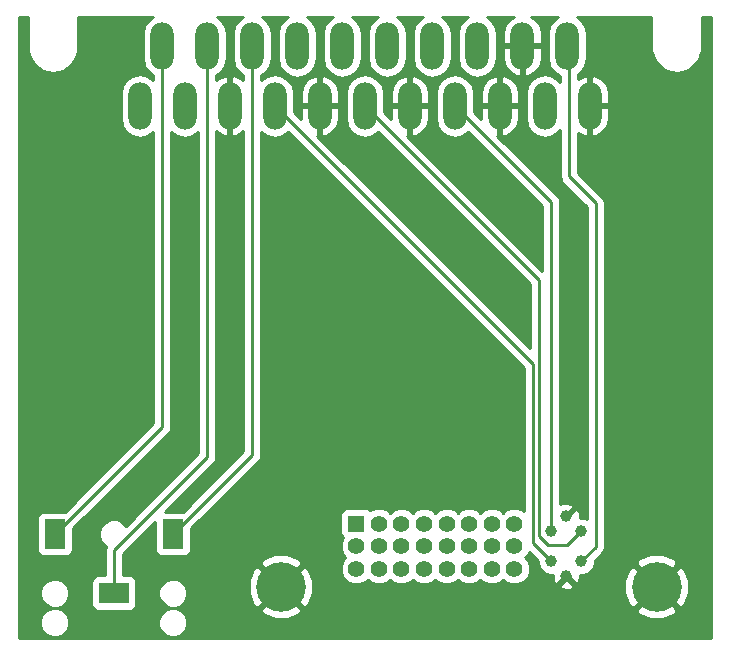
<source format=gtl>
G04 #@! TF.FileFunction,Copper,L1,Top,Signal*
%FSLAX46Y46*%
G04 Gerber Fmt 4.6, Leading zero omitted, Abs format (unit mm)*
G04 Created by KiCad (PCBNEW 4.0.7) date 06/19/18 22:22:33*
%MOMM*%
%LPD*%
G01*
G04 APERTURE LIST*
%ADD10C,0.100000*%
%ADD11O,2.000000X4.000000*%
%ADD12R,1.800000X2.500000*%
%ADD13R,2.500000X1.800000*%
%ADD14C,4.200000*%
%ADD15C,1.400000*%
%ADD16R,1.400000X1.400000*%
%ADD17C,1.000000*%
%ADD18C,0.250000*%
%ADD19C,0.254000*%
G04 APERTURE END LIST*
D10*
D11*
X165735000Y-70485000D03*
X169545000Y-70485000D03*
X173355000Y-70485000D03*
X167640000Y-75565000D03*
X171450000Y-75565000D03*
X175260000Y-75565000D03*
X177165000Y-70485000D03*
X179070000Y-75565000D03*
X180975000Y-70485000D03*
X182880000Y-75565000D03*
X184785000Y-70485000D03*
X186690000Y-75565000D03*
X148590000Y-75565000D03*
X150495000Y-70485000D03*
X152400000Y-75565000D03*
X154305000Y-70485000D03*
X156210000Y-75565000D03*
X158115000Y-70485000D03*
X160020000Y-75565000D03*
X161925000Y-70485000D03*
X163830000Y-75565000D03*
D12*
X141390000Y-111825000D03*
X151390000Y-111825000D03*
D13*
X146390000Y-116825000D03*
D14*
X160540000Y-116275000D03*
X192340000Y-116275000D03*
D15*
X166920000Y-114755000D03*
X168830000Y-114755000D03*
X170740000Y-114755000D03*
X172650000Y-114755000D03*
X174560000Y-114755000D03*
X176470000Y-114755000D03*
X178380000Y-114755000D03*
X180290000Y-114755000D03*
X166920000Y-112845000D03*
X168830000Y-112845000D03*
X170740000Y-112845000D03*
X172650000Y-112845000D03*
X174560000Y-112845000D03*
X176470000Y-112845000D03*
X178380000Y-112845000D03*
X180290000Y-112845000D03*
D16*
X166920000Y-110935000D03*
D15*
X168830000Y-110935000D03*
X170740000Y-110935000D03*
X172650000Y-110935000D03*
X174560000Y-110935000D03*
X176470000Y-110935000D03*
X178380000Y-110935000D03*
X180290000Y-110935000D03*
D17*
X183430000Y-114145000D03*
X185970000Y-114145000D03*
X184700000Y-115415000D03*
X183430000Y-111605000D03*
X185970000Y-111605000D03*
X184700000Y-110335000D03*
D18*
X185970000Y-111605000D02*
X184799000Y-112776000D01*
X182372000Y-90297000D02*
X167640000Y-75565000D01*
X182372000Y-112014000D02*
X182372000Y-90297000D01*
X183134000Y-112776000D02*
X182372000Y-112014000D01*
X184799000Y-112776000D02*
X183134000Y-112776000D01*
X183430000Y-111605000D02*
X183430000Y-83735000D01*
X183430000Y-83735000D02*
X175260000Y-75565000D01*
X185970000Y-114145000D02*
X187198000Y-112917000D01*
X184912000Y-81534000D02*
X184912000Y-70612000D01*
X187198000Y-83820000D02*
X184912000Y-81534000D01*
X187198000Y-112917000D02*
X187198000Y-83820000D01*
X184912000Y-70612000D02*
X184785000Y-70485000D01*
X150495000Y-70485000D02*
X150495000Y-102720000D01*
X150495000Y-102720000D02*
X141390000Y-111825000D01*
X146390000Y-116825000D02*
X146390000Y-113198000D01*
X154305000Y-105283000D02*
X154305000Y-70485000D01*
X146390000Y-113198000D02*
X154305000Y-105283000D01*
X151390000Y-111825000D02*
X158115000Y-105100000D01*
X158115000Y-105100000D02*
X158115000Y-70485000D01*
X183430000Y-114145000D02*
X181864000Y-112579000D01*
X181864000Y-97409000D02*
X160020000Y-75565000D01*
X181864000Y-112579000D02*
X181864000Y-97409000D01*
D19*
G36*
X139105000Y-70534282D02*
X139104630Y-70957815D01*
X139229871Y-71260920D01*
X139267517Y-71450181D01*
X139373789Y-71609229D01*
X139428980Y-71742800D01*
X139531984Y-71845984D01*
X139730327Y-72142825D01*
X140024575Y-72339435D01*
X140029041Y-72343909D01*
X140034930Y-72346354D01*
X140422971Y-72605635D01*
X141240000Y-72768152D01*
X142057029Y-72605635D01*
X142441957Y-72348434D01*
X142447800Y-72346020D01*
X142452314Y-72341514D01*
X142749673Y-72142825D01*
X142946627Y-71848063D01*
X143048909Y-71745959D01*
X143104820Y-71611309D01*
X143212483Y-71450181D01*
X143249959Y-71261778D01*
X143374628Y-70961541D01*
X143374915Y-70633582D01*
X143375000Y-70633152D01*
X143375000Y-70535718D01*
X143375370Y-70112185D01*
X143375000Y-70111290D01*
X143375000Y-68035000D01*
X149701444Y-68035000D01*
X149338880Y-68277257D01*
X148984457Y-68807690D01*
X148860000Y-69433377D01*
X148860000Y-71536623D01*
X148984457Y-72162310D01*
X149338880Y-72692743D01*
X149735000Y-72957421D01*
X149735000Y-73349827D01*
X149215687Y-73002834D01*
X148590000Y-72878377D01*
X147964313Y-73002834D01*
X147433880Y-73357257D01*
X147079457Y-73887690D01*
X146955000Y-74513377D01*
X146955000Y-76616623D01*
X147079457Y-77242310D01*
X147433880Y-77772743D01*
X147964313Y-78127166D01*
X148590000Y-78251623D01*
X149215687Y-78127166D01*
X149735000Y-77780173D01*
X149735000Y-102405198D01*
X142212638Y-109927560D01*
X140490000Y-109927560D01*
X140254683Y-109971838D01*
X140038559Y-110110910D01*
X139893569Y-110323110D01*
X139842560Y-110575000D01*
X139842560Y-113075000D01*
X139886838Y-113310317D01*
X140025910Y-113526441D01*
X140238110Y-113671431D01*
X140490000Y-113722440D01*
X142290000Y-113722440D01*
X142525317Y-113678162D01*
X142741441Y-113539090D01*
X142886431Y-113326890D01*
X142937440Y-113075000D01*
X142937440Y-111352362D01*
X151032401Y-103257401D01*
X151197147Y-103010840D01*
X151197148Y-103010839D01*
X151255000Y-102720000D01*
X151255000Y-77780173D01*
X151774313Y-78127166D01*
X152400000Y-78251623D01*
X153025687Y-78127166D01*
X153545000Y-77780173D01*
X153545000Y-104968198D01*
X147412246Y-111100952D01*
X147090485Y-110778629D01*
X146636734Y-110590215D01*
X146145421Y-110589786D01*
X145691343Y-110777408D01*
X145343629Y-111124515D01*
X145155215Y-111578266D01*
X145154786Y-112069579D01*
X145342408Y-112523657D01*
X145689515Y-112871371D01*
X145706933Y-112878604D01*
X145687852Y-112907161D01*
X145630000Y-113198000D01*
X145630000Y-115277560D01*
X145140000Y-115277560D01*
X144904683Y-115321838D01*
X144688559Y-115460910D01*
X144543569Y-115673110D01*
X144492560Y-115925000D01*
X144492560Y-117725000D01*
X144536838Y-117960317D01*
X144675910Y-118176441D01*
X144888110Y-118321431D01*
X145140000Y-118372440D01*
X147640000Y-118372440D01*
X147875317Y-118328162D01*
X148091441Y-118189090D01*
X148236431Y-117976890D01*
X148287440Y-117725000D01*
X148287440Y-117069579D01*
X150154786Y-117069579D01*
X150342408Y-117523657D01*
X150689515Y-117871371D01*
X151143266Y-118059785D01*
X151634579Y-118060214D01*
X152088657Y-117872592D01*
X152436371Y-117525485D01*
X152624785Y-117071734D01*
X152625214Y-116580421D01*
X152437592Y-116126343D01*
X152090485Y-115778629D01*
X152017166Y-115748184D01*
X157801633Y-115748184D01*
X157808475Y-116836214D01*
X158211682Y-117809642D01*
X158592795Y-118042600D01*
X160360395Y-116275000D01*
X160719605Y-116275000D01*
X162487205Y-118042600D01*
X162868318Y-117809642D01*
X163278367Y-116801816D01*
X163274615Y-116205104D01*
X184089501Y-116205104D01*
X184126648Y-116420217D01*
X184554972Y-116563112D01*
X185005375Y-116531217D01*
X185273352Y-116420217D01*
X185310499Y-116205104D01*
X184700000Y-115594605D01*
X184089501Y-116205104D01*
X163274615Y-116205104D01*
X163271525Y-115713786D01*
X162868318Y-114740358D01*
X162487205Y-114507400D01*
X160719605Y-116275000D01*
X160360395Y-116275000D01*
X158592795Y-114507400D01*
X158211682Y-114740358D01*
X157801633Y-115748184D01*
X152017166Y-115748184D01*
X151636734Y-115590215D01*
X151145421Y-115589786D01*
X150691343Y-115777408D01*
X150343629Y-116124515D01*
X150155215Y-116578266D01*
X150154786Y-117069579D01*
X148287440Y-117069579D01*
X148287440Y-115925000D01*
X148243162Y-115689683D01*
X148104090Y-115473559D01*
X147891890Y-115328569D01*
X147640000Y-115277560D01*
X147150000Y-115277560D01*
X147150000Y-114327795D01*
X158772400Y-114327795D01*
X160540000Y-116095395D01*
X162307600Y-114327795D01*
X162074642Y-113946682D01*
X161066816Y-113536633D01*
X159978786Y-113543475D01*
X159005358Y-113946682D01*
X158772400Y-114327795D01*
X147150000Y-114327795D01*
X147150000Y-113512802D01*
X149842560Y-110820242D01*
X149842560Y-113075000D01*
X149886838Y-113310317D01*
X150025910Y-113526441D01*
X150238110Y-113671431D01*
X150490000Y-113722440D01*
X152290000Y-113722440D01*
X152525317Y-113678162D01*
X152741441Y-113539090D01*
X152886431Y-113326890D01*
X152937440Y-113075000D01*
X152937440Y-111352362D01*
X158652401Y-105637401D01*
X158817148Y-105390840D01*
X158875000Y-105100000D01*
X158875000Y-77780173D01*
X159394313Y-78127166D01*
X160020000Y-78251623D01*
X160645687Y-78127166D01*
X161162225Y-77782027D01*
X181104000Y-97723802D01*
X181104000Y-109860797D01*
X181047204Y-109803902D01*
X180556713Y-109600232D01*
X180025617Y-109599769D01*
X179534771Y-109802582D01*
X179334981Y-110002024D01*
X179137204Y-109803902D01*
X178646713Y-109600232D01*
X178115617Y-109599769D01*
X177624771Y-109802582D01*
X177424981Y-110002024D01*
X177227204Y-109803902D01*
X176736713Y-109600232D01*
X176205617Y-109599769D01*
X175714771Y-109802582D01*
X175514981Y-110002024D01*
X175317204Y-109803902D01*
X174826713Y-109600232D01*
X174295617Y-109599769D01*
X173804771Y-109802582D01*
X173604981Y-110002024D01*
X173407204Y-109803902D01*
X172916713Y-109600232D01*
X172385617Y-109599769D01*
X171894771Y-109802582D01*
X171694981Y-110002024D01*
X171497204Y-109803902D01*
X171006713Y-109600232D01*
X170475617Y-109599769D01*
X169984771Y-109802582D01*
X169784981Y-110002024D01*
X169587204Y-109803902D01*
X169096713Y-109600232D01*
X168565617Y-109599769D01*
X168091803Y-109795545D01*
X168084090Y-109783559D01*
X167871890Y-109638569D01*
X167620000Y-109587560D01*
X166220000Y-109587560D01*
X165984683Y-109631838D01*
X165768559Y-109770910D01*
X165623569Y-109983110D01*
X165572560Y-110235000D01*
X165572560Y-111635000D01*
X165616838Y-111870317D01*
X165755910Y-112086441D01*
X165782049Y-112104301D01*
X165585232Y-112578287D01*
X165584769Y-113109383D01*
X165787582Y-113600229D01*
X165987024Y-113800019D01*
X165788902Y-113997796D01*
X165585232Y-114488287D01*
X165584769Y-115019383D01*
X165787582Y-115510229D01*
X166162796Y-115886098D01*
X166653287Y-116089768D01*
X167184383Y-116090231D01*
X167675229Y-115887418D01*
X167875019Y-115687976D01*
X168072796Y-115886098D01*
X168563287Y-116089768D01*
X169094383Y-116090231D01*
X169585229Y-115887418D01*
X169785019Y-115687976D01*
X169982796Y-115886098D01*
X170473287Y-116089768D01*
X171004383Y-116090231D01*
X171495229Y-115887418D01*
X171695019Y-115687976D01*
X171892796Y-115886098D01*
X172383287Y-116089768D01*
X172914383Y-116090231D01*
X173405229Y-115887418D01*
X173605019Y-115687976D01*
X173802796Y-115886098D01*
X174293287Y-116089768D01*
X174824383Y-116090231D01*
X175315229Y-115887418D01*
X175515019Y-115687976D01*
X175712796Y-115886098D01*
X176203287Y-116089768D01*
X176734383Y-116090231D01*
X177225229Y-115887418D01*
X177425019Y-115687976D01*
X177622796Y-115886098D01*
X178113287Y-116089768D01*
X178644383Y-116090231D01*
X179135229Y-115887418D01*
X179335019Y-115687976D01*
X179532796Y-115886098D01*
X180023287Y-116089768D01*
X180554383Y-116090231D01*
X181045229Y-115887418D01*
X181421098Y-115512204D01*
X181624768Y-115021713D01*
X181625231Y-114490617D01*
X181422418Y-113999771D01*
X181222976Y-113799981D01*
X181421098Y-113602204D01*
X181535908Y-113325710D01*
X182295052Y-114084854D01*
X182294803Y-114369775D01*
X182467233Y-114787086D01*
X182786235Y-115106645D01*
X183203244Y-115279803D01*
X183552606Y-115280108D01*
X183583783Y-115720375D01*
X183694783Y-115988352D01*
X183909896Y-116025499D01*
X184520395Y-115415000D01*
X184506253Y-115400858D01*
X184685858Y-115221253D01*
X184700000Y-115235395D01*
X184714143Y-115221253D01*
X184893748Y-115400858D01*
X184879605Y-115415000D01*
X185490104Y-116025499D01*
X185705217Y-115988352D01*
X185785340Y-115748184D01*
X189601633Y-115748184D01*
X189608475Y-116836214D01*
X190011682Y-117809642D01*
X190392795Y-118042600D01*
X192160395Y-116275000D01*
X192519605Y-116275000D01*
X194287205Y-118042600D01*
X194668318Y-117809642D01*
X195078367Y-116801816D01*
X195071525Y-115713786D01*
X194668318Y-114740358D01*
X194287205Y-114507400D01*
X192519605Y-116275000D01*
X192160395Y-116275000D01*
X190392795Y-114507400D01*
X190011682Y-114740358D01*
X189601633Y-115748184D01*
X185785340Y-115748184D01*
X185848112Y-115560028D01*
X185828273Y-115279877D01*
X186194775Y-115280197D01*
X186612086Y-115107767D01*
X186931645Y-114788765D01*
X187104803Y-114371756D01*
X187104841Y-114327795D01*
X190572400Y-114327795D01*
X192340000Y-116095395D01*
X194107600Y-114327795D01*
X193874642Y-113946682D01*
X192866816Y-113536633D01*
X191778786Y-113543475D01*
X190805358Y-113946682D01*
X190572400Y-114327795D01*
X187104841Y-114327795D01*
X187105053Y-114084749D01*
X187735401Y-113454401D01*
X187900148Y-113207840D01*
X187958000Y-112917000D01*
X187958000Y-83820000D01*
X187900148Y-83529161D01*
X187900148Y-83529160D01*
X187735401Y-83282599D01*
X185672000Y-81219198D01*
X185672000Y-77838046D01*
X186181645Y-78124144D01*
X186309566Y-78155124D01*
X186563000Y-78035777D01*
X186563000Y-75692000D01*
X186817000Y-75692000D01*
X186817000Y-78035777D01*
X187070434Y-78155124D01*
X187198355Y-78124144D01*
X187756317Y-77810922D01*
X188151942Y-77308020D01*
X188325000Y-76692000D01*
X188325000Y-75692000D01*
X186817000Y-75692000D01*
X186563000Y-75692000D01*
X186543000Y-75692000D01*
X186543000Y-75438000D01*
X186563000Y-75438000D01*
X186563000Y-73094223D01*
X186817000Y-73094223D01*
X186817000Y-75438000D01*
X188325000Y-75438000D01*
X188325000Y-74438000D01*
X188151942Y-73821980D01*
X187756317Y-73319078D01*
X187198355Y-73005856D01*
X187070434Y-72974876D01*
X186817000Y-73094223D01*
X186563000Y-73094223D01*
X186309566Y-72974876D01*
X186181645Y-73005856D01*
X185672000Y-73291954D01*
X185672000Y-72872563D01*
X185941120Y-72692743D01*
X186295543Y-72162310D01*
X186420000Y-71536623D01*
X186420000Y-69433377D01*
X186295543Y-68807690D01*
X185941120Y-68277257D01*
X185578556Y-68035000D01*
X191905000Y-68035000D01*
X191905000Y-70534282D01*
X191904630Y-70957815D01*
X192029871Y-71260920D01*
X192067517Y-71450181D01*
X192173789Y-71609229D01*
X192228980Y-71742800D01*
X192331984Y-71845984D01*
X192530327Y-72142825D01*
X192824575Y-72339435D01*
X192829041Y-72343909D01*
X192834930Y-72346354D01*
X193222971Y-72605635D01*
X194040000Y-72768152D01*
X194857029Y-72605635D01*
X195241957Y-72348434D01*
X195247800Y-72346020D01*
X195252314Y-72341514D01*
X195549673Y-72142825D01*
X195746627Y-71848063D01*
X195848909Y-71745959D01*
X195904820Y-71611309D01*
X196012483Y-71450181D01*
X196049959Y-71261778D01*
X196174628Y-70961541D01*
X196174915Y-70633582D01*
X196175000Y-70633152D01*
X196175000Y-70535718D01*
X196175370Y-70112185D01*
X196175000Y-70111290D01*
X196175000Y-68035000D01*
X196930000Y-68035000D01*
X196930000Y-120615000D01*
X138350000Y-120615000D01*
X138350000Y-119569579D01*
X140154786Y-119569579D01*
X140342408Y-120023657D01*
X140689515Y-120371371D01*
X141143266Y-120559785D01*
X141634579Y-120560214D01*
X142088657Y-120372592D01*
X142436371Y-120025485D01*
X142624785Y-119571734D01*
X142624786Y-119569579D01*
X150154786Y-119569579D01*
X150342408Y-120023657D01*
X150689515Y-120371371D01*
X151143266Y-120559785D01*
X151634579Y-120560214D01*
X152088657Y-120372592D01*
X152436371Y-120025485D01*
X152624785Y-119571734D01*
X152625214Y-119080421D01*
X152437592Y-118626343D01*
X152090485Y-118278629D01*
X151954602Y-118222205D01*
X158772400Y-118222205D01*
X159005358Y-118603318D01*
X160013184Y-119013367D01*
X161101214Y-119006525D01*
X162074642Y-118603318D01*
X162307600Y-118222205D01*
X190572400Y-118222205D01*
X190805358Y-118603318D01*
X191813184Y-119013367D01*
X192901214Y-119006525D01*
X193874642Y-118603318D01*
X194107600Y-118222205D01*
X192340000Y-116454605D01*
X190572400Y-118222205D01*
X162307600Y-118222205D01*
X160540000Y-116454605D01*
X158772400Y-118222205D01*
X151954602Y-118222205D01*
X151636734Y-118090215D01*
X151145421Y-118089786D01*
X150691343Y-118277408D01*
X150343629Y-118624515D01*
X150155215Y-119078266D01*
X150154786Y-119569579D01*
X142624786Y-119569579D01*
X142625214Y-119080421D01*
X142437592Y-118626343D01*
X142090485Y-118278629D01*
X141636734Y-118090215D01*
X141145421Y-118089786D01*
X140691343Y-118277408D01*
X140343629Y-118624515D01*
X140155215Y-119078266D01*
X140154786Y-119569579D01*
X138350000Y-119569579D01*
X138350000Y-117069579D01*
X140154786Y-117069579D01*
X140342408Y-117523657D01*
X140689515Y-117871371D01*
X141143266Y-118059785D01*
X141634579Y-118060214D01*
X142088657Y-117872592D01*
X142436371Y-117525485D01*
X142624785Y-117071734D01*
X142625214Y-116580421D01*
X142437592Y-116126343D01*
X142090485Y-115778629D01*
X141636734Y-115590215D01*
X141145421Y-115589786D01*
X140691343Y-115777408D01*
X140343629Y-116124515D01*
X140155215Y-116578266D01*
X140154786Y-117069579D01*
X138350000Y-117069579D01*
X138350000Y-68035000D01*
X139105000Y-68035000D01*
X139105000Y-70534282D01*
X139105000Y-70534282D01*
G37*
X139105000Y-70534282D02*
X139104630Y-70957815D01*
X139229871Y-71260920D01*
X139267517Y-71450181D01*
X139373789Y-71609229D01*
X139428980Y-71742800D01*
X139531984Y-71845984D01*
X139730327Y-72142825D01*
X140024575Y-72339435D01*
X140029041Y-72343909D01*
X140034930Y-72346354D01*
X140422971Y-72605635D01*
X141240000Y-72768152D01*
X142057029Y-72605635D01*
X142441957Y-72348434D01*
X142447800Y-72346020D01*
X142452314Y-72341514D01*
X142749673Y-72142825D01*
X142946627Y-71848063D01*
X143048909Y-71745959D01*
X143104820Y-71611309D01*
X143212483Y-71450181D01*
X143249959Y-71261778D01*
X143374628Y-70961541D01*
X143374915Y-70633582D01*
X143375000Y-70633152D01*
X143375000Y-70535718D01*
X143375370Y-70112185D01*
X143375000Y-70111290D01*
X143375000Y-68035000D01*
X149701444Y-68035000D01*
X149338880Y-68277257D01*
X148984457Y-68807690D01*
X148860000Y-69433377D01*
X148860000Y-71536623D01*
X148984457Y-72162310D01*
X149338880Y-72692743D01*
X149735000Y-72957421D01*
X149735000Y-73349827D01*
X149215687Y-73002834D01*
X148590000Y-72878377D01*
X147964313Y-73002834D01*
X147433880Y-73357257D01*
X147079457Y-73887690D01*
X146955000Y-74513377D01*
X146955000Y-76616623D01*
X147079457Y-77242310D01*
X147433880Y-77772743D01*
X147964313Y-78127166D01*
X148590000Y-78251623D01*
X149215687Y-78127166D01*
X149735000Y-77780173D01*
X149735000Y-102405198D01*
X142212638Y-109927560D01*
X140490000Y-109927560D01*
X140254683Y-109971838D01*
X140038559Y-110110910D01*
X139893569Y-110323110D01*
X139842560Y-110575000D01*
X139842560Y-113075000D01*
X139886838Y-113310317D01*
X140025910Y-113526441D01*
X140238110Y-113671431D01*
X140490000Y-113722440D01*
X142290000Y-113722440D01*
X142525317Y-113678162D01*
X142741441Y-113539090D01*
X142886431Y-113326890D01*
X142937440Y-113075000D01*
X142937440Y-111352362D01*
X151032401Y-103257401D01*
X151197147Y-103010840D01*
X151197148Y-103010839D01*
X151255000Y-102720000D01*
X151255000Y-77780173D01*
X151774313Y-78127166D01*
X152400000Y-78251623D01*
X153025687Y-78127166D01*
X153545000Y-77780173D01*
X153545000Y-104968198D01*
X147412246Y-111100952D01*
X147090485Y-110778629D01*
X146636734Y-110590215D01*
X146145421Y-110589786D01*
X145691343Y-110777408D01*
X145343629Y-111124515D01*
X145155215Y-111578266D01*
X145154786Y-112069579D01*
X145342408Y-112523657D01*
X145689515Y-112871371D01*
X145706933Y-112878604D01*
X145687852Y-112907161D01*
X145630000Y-113198000D01*
X145630000Y-115277560D01*
X145140000Y-115277560D01*
X144904683Y-115321838D01*
X144688559Y-115460910D01*
X144543569Y-115673110D01*
X144492560Y-115925000D01*
X144492560Y-117725000D01*
X144536838Y-117960317D01*
X144675910Y-118176441D01*
X144888110Y-118321431D01*
X145140000Y-118372440D01*
X147640000Y-118372440D01*
X147875317Y-118328162D01*
X148091441Y-118189090D01*
X148236431Y-117976890D01*
X148287440Y-117725000D01*
X148287440Y-117069579D01*
X150154786Y-117069579D01*
X150342408Y-117523657D01*
X150689515Y-117871371D01*
X151143266Y-118059785D01*
X151634579Y-118060214D01*
X152088657Y-117872592D01*
X152436371Y-117525485D01*
X152624785Y-117071734D01*
X152625214Y-116580421D01*
X152437592Y-116126343D01*
X152090485Y-115778629D01*
X152017166Y-115748184D01*
X157801633Y-115748184D01*
X157808475Y-116836214D01*
X158211682Y-117809642D01*
X158592795Y-118042600D01*
X160360395Y-116275000D01*
X160719605Y-116275000D01*
X162487205Y-118042600D01*
X162868318Y-117809642D01*
X163278367Y-116801816D01*
X163274615Y-116205104D01*
X184089501Y-116205104D01*
X184126648Y-116420217D01*
X184554972Y-116563112D01*
X185005375Y-116531217D01*
X185273352Y-116420217D01*
X185310499Y-116205104D01*
X184700000Y-115594605D01*
X184089501Y-116205104D01*
X163274615Y-116205104D01*
X163271525Y-115713786D01*
X162868318Y-114740358D01*
X162487205Y-114507400D01*
X160719605Y-116275000D01*
X160360395Y-116275000D01*
X158592795Y-114507400D01*
X158211682Y-114740358D01*
X157801633Y-115748184D01*
X152017166Y-115748184D01*
X151636734Y-115590215D01*
X151145421Y-115589786D01*
X150691343Y-115777408D01*
X150343629Y-116124515D01*
X150155215Y-116578266D01*
X150154786Y-117069579D01*
X148287440Y-117069579D01*
X148287440Y-115925000D01*
X148243162Y-115689683D01*
X148104090Y-115473559D01*
X147891890Y-115328569D01*
X147640000Y-115277560D01*
X147150000Y-115277560D01*
X147150000Y-114327795D01*
X158772400Y-114327795D01*
X160540000Y-116095395D01*
X162307600Y-114327795D01*
X162074642Y-113946682D01*
X161066816Y-113536633D01*
X159978786Y-113543475D01*
X159005358Y-113946682D01*
X158772400Y-114327795D01*
X147150000Y-114327795D01*
X147150000Y-113512802D01*
X149842560Y-110820242D01*
X149842560Y-113075000D01*
X149886838Y-113310317D01*
X150025910Y-113526441D01*
X150238110Y-113671431D01*
X150490000Y-113722440D01*
X152290000Y-113722440D01*
X152525317Y-113678162D01*
X152741441Y-113539090D01*
X152886431Y-113326890D01*
X152937440Y-113075000D01*
X152937440Y-111352362D01*
X158652401Y-105637401D01*
X158817148Y-105390840D01*
X158875000Y-105100000D01*
X158875000Y-77780173D01*
X159394313Y-78127166D01*
X160020000Y-78251623D01*
X160645687Y-78127166D01*
X161162225Y-77782027D01*
X181104000Y-97723802D01*
X181104000Y-109860797D01*
X181047204Y-109803902D01*
X180556713Y-109600232D01*
X180025617Y-109599769D01*
X179534771Y-109802582D01*
X179334981Y-110002024D01*
X179137204Y-109803902D01*
X178646713Y-109600232D01*
X178115617Y-109599769D01*
X177624771Y-109802582D01*
X177424981Y-110002024D01*
X177227204Y-109803902D01*
X176736713Y-109600232D01*
X176205617Y-109599769D01*
X175714771Y-109802582D01*
X175514981Y-110002024D01*
X175317204Y-109803902D01*
X174826713Y-109600232D01*
X174295617Y-109599769D01*
X173804771Y-109802582D01*
X173604981Y-110002024D01*
X173407204Y-109803902D01*
X172916713Y-109600232D01*
X172385617Y-109599769D01*
X171894771Y-109802582D01*
X171694981Y-110002024D01*
X171497204Y-109803902D01*
X171006713Y-109600232D01*
X170475617Y-109599769D01*
X169984771Y-109802582D01*
X169784981Y-110002024D01*
X169587204Y-109803902D01*
X169096713Y-109600232D01*
X168565617Y-109599769D01*
X168091803Y-109795545D01*
X168084090Y-109783559D01*
X167871890Y-109638569D01*
X167620000Y-109587560D01*
X166220000Y-109587560D01*
X165984683Y-109631838D01*
X165768559Y-109770910D01*
X165623569Y-109983110D01*
X165572560Y-110235000D01*
X165572560Y-111635000D01*
X165616838Y-111870317D01*
X165755910Y-112086441D01*
X165782049Y-112104301D01*
X165585232Y-112578287D01*
X165584769Y-113109383D01*
X165787582Y-113600229D01*
X165987024Y-113800019D01*
X165788902Y-113997796D01*
X165585232Y-114488287D01*
X165584769Y-115019383D01*
X165787582Y-115510229D01*
X166162796Y-115886098D01*
X166653287Y-116089768D01*
X167184383Y-116090231D01*
X167675229Y-115887418D01*
X167875019Y-115687976D01*
X168072796Y-115886098D01*
X168563287Y-116089768D01*
X169094383Y-116090231D01*
X169585229Y-115887418D01*
X169785019Y-115687976D01*
X169982796Y-115886098D01*
X170473287Y-116089768D01*
X171004383Y-116090231D01*
X171495229Y-115887418D01*
X171695019Y-115687976D01*
X171892796Y-115886098D01*
X172383287Y-116089768D01*
X172914383Y-116090231D01*
X173405229Y-115887418D01*
X173605019Y-115687976D01*
X173802796Y-115886098D01*
X174293287Y-116089768D01*
X174824383Y-116090231D01*
X175315229Y-115887418D01*
X175515019Y-115687976D01*
X175712796Y-115886098D01*
X176203287Y-116089768D01*
X176734383Y-116090231D01*
X177225229Y-115887418D01*
X177425019Y-115687976D01*
X177622796Y-115886098D01*
X178113287Y-116089768D01*
X178644383Y-116090231D01*
X179135229Y-115887418D01*
X179335019Y-115687976D01*
X179532796Y-115886098D01*
X180023287Y-116089768D01*
X180554383Y-116090231D01*
X181045229Y-115887418D01*
X181421098Y-115512204D01*
X181624768Y-115021713D01*
X181625231Y-114490617D01*
X181422418Y-113999771D01*
X181222976Y-113799981D01*
X181421098Y-113602204D01*
X181535908Y-113325710D01*
X182295052Y-114084854D01*
X182294803Y-114369775D01*
X182467233Y-114787086D01*
X182786235Y-115106645D01*
X183203244Y-115279803D01*
X183552606Y-115280108D01*
X183583783Y-115720375D01*
X183694783Y-115988352D01*
X183909896Y-116025499D01*
X184520395Y-115415000D01*
X184506253Y-115400858D01*
X184685858Y-115221253D01*
X184700000Y-115235395D01*
X184714143Y-115221253D01*
X184893748Y-115400858D01*
X184879605Y-115415000D01*
X185490104Y-116025499D01*
X185705217Y-115988352D01*
X185785340Y-115748184D01*
X189601633Y-115748184D01*
X189608475Y-116836214D01*
X190011682Y-117809642D01*
X190392795Y-118042600D01*
X192160395Y-116275000D01*
X192519605Y-116275000D01*
X194287205Y-118042600D01*
X194668318Y-117809642D01*
X195078367Y-116801816D01*
X195071525Y-115713786D01*
X194668318Y-114740358D01*
X194287205Y-114507400D01*
X192519605Y-116275000D01*
X192160395Y-116275000D01*
X190392795Y-114507400D01*
X190011682Y-114740358D01*
X189601633Y-115748184D01*
X185785340Y-115748184D01*
X185848112Y-115560028D01*
X185828273Y-115279877D01*
X186194775Y-115280197D01*
X186612086Y-115107767D01*
X186931645Y-114788765D01*
X187104803Y-114371756D01*
X187104841Y-114327795D01*
X190572400Y-114327795D01*
X192340000Y-116095395D01*
X194107600Y-114327795D01*
X193874642Y-113946682D01*
X192866816Y-113536633D01*
X191778786Y-113543475D01*
X190805358Y-113946682D01*
X190572400Y-114327795D01*
X187104841Y-114327795D01*
X187105053Y-114084749D01*
X187735401Y-113454401D01*
X187900148Y-113207840D01*
X187958000Y-112917000D01*
X187958000Y-83820000D01*
X187900148Y-83529161D01*
X187900148Y-83529160D01*
X187735401Y-83282599D01*
X185672000Y-81219198D01*
X185672000Y-77838046D01*
X186181645Y-78124144D01*
X186309566Y-78155124D01*
X186563000Y-78035777D01*
X186563000Y-75692000D01*
X186817000Y-75692000D01*
X186817000Y-78035777D01*
X187070434Y-78155124D01*
X187198355Y-78124144D01*
X187756317Y-77810922D01*
X188151942Y-77308020D01*
X188325000Y-76692000D01*
X188325000Y-75692000D01*
X186817000Y-75692000D01*
X186563000Y-75692000D01*
X186543000Y-75692000D01*
X186543000Y-75438000D01*
X186563000Y-75438000D01*
X186563000Y-73094223D01*
X186817000Y-73094223D01*
X186817000Y-75438000D01*
X188325000Y-75438000D01*
X188325000Y-74438000D01*
X188151942Y-73821980D01*
X187756317Y-73319078D01*
X187198355Y-73005856D01*
X187070434Y-72974876D01*
X186817000Y-73094223D01*
X186563000Y-73094223D01*
X186309566Y-72974876D01*
X186181645Y-73005856D01*
X185672000Y-73291954D01*
X185672000Y-72872563D01*
X185941120Y-72692743D01*
X186295543Y-72162310D01*
X186420000Y-71536623D01*
X186420000Y-69433377D01*
X186295543Y-68807690D01*
X185941120Y-68277257D01*
X185578556Y-68035000D01*
X191905000Y-68035000D01*
X191905000Y-70534282D01*
X191904630Y-70957815D01*
X192029871Y-71260920D01*
X192067517Y-71450181D01*
X192173789Y-71609229D01*
X192228980Y-71742800D01*
X192331984Y-71845984D01*
X192530327Y-72142825D01*
X192824575Y-72339435D01*
X192829041Y-72343909D01*
X192834930Y-72346354D01*
X193222971Y-72605635D01*
X194040000Y-72768152D01*
X194857029Y-72605635D01*
X195241957Y-72348434D01*
X195247800Y-72346020D01*
X195252314Y-72341514D01*
X195549673Y-72142825D01*
X195746627Y-71848063D01*
X195848909Y-71745959D01*
X195904820Y-71611309D01*
X196012483Y-71450181D01*
X196049959Y-71261778D01*
X196174628Y-70961541D01*
X196174915Y-70633582D01*
X196175000Y-70633152D01*
X196175000Y-70535718D01*
X196175370Y-70112185D01*
X196175000Y-70111290D01*
X196175000Y-68035000D01*
X196930000Y-68035000D01*
X196930000Y-120615000D01*
X138350000Y-120615000D01*
X138350000Y-119569579D01*
X140154786Y-119569579D01*
X140342408Y-120023657D01*
X140689515Y-120371371D01*
X141143266Y-120559785D01*
X141634579Y-120560214D01*
X142088657Y-120372592D01*
X142436371Y-120025485D01*
X142624785Y-119571734D01*
X142624786Y-119569579D01*
X150154786Y-119569579D01*
X150342408Y-120023657D01*
X150689515Y-120371371D01*
X151143266Y-120559785D01*
X151634579Y-120560214D01*
X152088657Y-120372592D01*
X152436371Y-120025485D01*
X152624785Y-119571734D01*
X152625214Y-119080421D01*
X152437592Y-118626343D01*
X152090485Y-118278629D01*
X151954602Y-118222205D01*
X158772400Y-118222205D01*
X159005358Y-118603318D01*
X160013184Y-119013367D01*
X161101214Y-119006525D01*
X162074642Y-118603318D01*
X162307600Y-118222205D01*
X190572400Y-118222205D01*
X190805358Y-118603318D01*
X191813184Y-119013367D01*
X192901214Y-119006525D01*
X193874642Y-118603318D01*
X194107600Y-118222205D01*
X192340000Y-116454605D01*
X190572400Y-118222205D01*
X162307600Y-118222205D01*
X160540000Y-116454605D01*
X158772400Y-118222205D01*
X151954602Y-118222205D01*
X151636734Y-118090215D01*
X151145421Y-118089786D01*
X150691343Y-118277408D01*
X150343629Y-118624515D01*
X150155215Y-119078266D01*
X150154786Y-119569579D01*
X142624786Y-119569579D01*
X142625214Y-119080421D01*
X142437592Y-118626343D01*
X142090485Y-118278629D01*
X141636734Y-118090215D01*
X141145421Y-118089786D01*
X140691343Y-118277408D01*
X140343629Y-118624515D01*
X140155215Y-119078266D01*
X140154786Y-119569579D01*
X138350000Y-119569579D01*
X138350000Y-117069579D01*
X140154786Y-117069579D01*
X140342408Y-117523657D01*
X140689515Y-117871371D01*
X141143266Y-118059785D01*
X141634579Y-118060214D01*
X142088657Y-117872592D01*
X142436371Y-117525485D01*
X142624785Y-117071734D01*
X142625214Y-116580421D01*
X142437592Y-116126343D01*
X142090485Y-115778629D01*
X141636734Y-115590215D01*
X141145421Y-115589786D01*
X140691343Y-115777408D01*
X140343629Y-116124515D01*
X140155215Y-116578266D01*
X140154786Y-117069579D01*
X138350000Y-117069579D01*
X138350000Y-68035000D01*
X139105000Y-68035000D01*
X139105000Y-70534282D01*
G36*
X160768880Y-68277257D02*
X160414457Y-68807690D01*
X160290000Y-69433377D01*
X160290000Y-71536623D01*
X160414457Y-72162310D01*
X160768880Y-72692743D01*
X161299313Y-73047166D01*
X161925000Y-73171623D01*
X162550687Y-73047166D01*
X163081120Y-72692743D01*
X163435543Y-72162310D01*
X163560000Y-71536623D01*
X163560000Y-69433377D01*
X163435543Y-68807690D01*
X163081120Y-68277257D01*
X162718556Y-68035000D01*
X164941444Y-68035000D01*
X164578880Y-68277257D01*
X164224457Y-68807690D01*
X164100000Y-69433377D01*
X164100000Y-71536623D01*
X164224457Y-72162310D01*
X164578880Y-72692743D01*
X165109313Y-73047166D01*
X165735000Y-73171623D01*
X166360687Y-73047166D01*
X166891120Y-72692743D01*
X167245543Y-72162310D01*
X167370000Y-71536623D01*
X167370000Y-69433377D01*
X167245543Y-68807690D01*
X166891120Y-68277257D01*
X166528556Y-68035000D01*
X168751444Y-68035000D01*
X168388880Y-68277257D01*
X168034457Y-68807690D01*
X167910000Y-69433377D01*
X167910000Y-71536623D01*
X168034457Y-72162310D01*
X168388880Y-72692743D01*
X168919313Y-73047166D01*
X169545000Y-73171623D01*
X170170687Y-73047166D01*
X170701120Y-72692743D01*
X171055543Y-72162310D01*
X171180000Y-71536623D01*
X171180000Y-69433377D01*
X171055543Y-68807690D01*
X170701120Y-68277257D01*
X170338556Y-68035000D01*
X172561444Y-68035000D01*
X172198880Y-68277257D01*
X171844457Y-68807690D01*
X171720000Y-69433377D01*
X171720000Y-71536623D01*
X171844457Y-72162310D01*
X172198880Y-72692743D01*
X172729313Y-73047166D01*
X173355000Y-73171623D01*
X173980687Y-73047166D01*
X174511120Y-72692743D01*
X174865543Y-72162310D01*
X174990000Y-71536623D01*
X174990000Y-69433377D01*
X174865543Y-68807690D01*
X174511120Y-68277257D01*
X174148556Y-68035000D01*
X176371444Y-68035000D01*
X176008880Y-68277257D01*
X175654457Y-68807690D01*
X175530000Y-69433377D01*
X175530000Y-71536623D01*
X175654457Y-72162310D01*
X176008880Y-72692743D01*
X176539313Y-73047166D01*
X177165000Y-73171623D01*
X177790687Y-73047166D01*
X178321120Y-72692743D01*
X178675543Y-72162310D01*
X178800000Y-71536623D01*
X178800000Y-70612000D01*
X179340000Y-70612000D01*
X179340000Y-71612000D01*
X179513058Y-72228020D01*
X179908683Y-72730922D01*
X180466645Y-73044144D01*
X180594566Y-73075124D01*
X180848000Y-72955777D01*
X180848000Y-70612000D01*
X181102000Y-70612000D01*
X181102000Y-72955777D01*
X181355434Y-73075124D01*
X181483355Y-73044144D01*
X182041317Y-72730922D01*
X182436942Y-72228020D01*
X182610000Y-71612000D01*
X182610000Y-70612000D01*
X181102000Y-70612000D01*
X180848000Y-70612000D01*
X179340000Y-70612000D01*
X178800000Y-70612000D01*
X178800000Y-69433377D01*
X178675543Y-68807690D01*
X178321120Y-68277257D01*
X177958556Y-68035000D01*
X180272220Y-68035000D01*
X179908683Y-68239078D01*
X179513058Y-68741980D01*
X179340000Y-69358000D01*
X179340000Y-70358000D01*
X180848000Y-70358000D01*
X180848000Y-70338000D01*
X181102000Y-70338000D01*
X181102000Y-70358000D01*
X182610000Y-70358000D01*
X182610000Y-69358000D01*
X182436942Y-68741980D01*
X182041317Y-68239078D01*
X181677780Y-68035000D01*
X183991444Y-68035000D01*
X183628880Y-68277257D01*
X183274457Y-68807690D01*
X183150000Y-69433377D01*
X183150000Y-71536623D01*
X183274457Y-72162310D01*
X183628880Y-72692743D01*
X184152000Y-73042280D01*
X184152000Y-73530684D01*
X184036120Y-73357257D01*
X183505687Y-73002834D01*
X182880000Y-72878377D01*
X182254313Y-73002834D01*
X181723880Y-73357257D01*
X181369457Y-73887690D01*
X181245000Y-74513377D01*
X181245000Y-76616623D01*
X181369457Y-77242310D01*
X181723880Y-77772743D01*
X182254313Y-78127166D01*
X182880000Y-78251623D01*
X183505687Y-78127166D01*
X184036120Y-77772743D01*
X184152000Y-77599316D01*
X184152000Y-81534000D01*
X184209852Y-81824839D01*
X184374599Y-82071401D01*
X186438000Y-84134802D01*
X186438000Y-110570371D01*
X186196756Y-110470197D01*
X185847394Y-110469892D01*
X185816217Y-110029625D01*
X185705217Y-109761648D01*
X185490104Y-109724501D01*
X184879605Y-110335000D01*
X184893748Y-110349143D01*
X184714143Y-110528748D01*
X184700000Y-110514605D01*
X184685858Y-110528748D01*
X184506253Y-110349143D01*
X184520395Y-110335000D01*
X184506253Y-110320858D01*
X184685858Y-110141253D01*
X184700000Y-110155395D01*
X185310499Y-109544896D01*
X185273352Y-109329783D01*
X184845028Y-109186888D01*
X184394625Y-109218783D01*
X184190000Y-109303542D01*
X184190000Y-83735000D01*
X184132148Y-83444161D01*
X183967401Y-83197599D01*
X178849575Y-78079773D01*
X178943000Y-78035777D01*
X178943000Y-75692000D01*
X179197000Y-75692000D01*
X179197000Y-78035777D01*
X179450434Y-78155124D01*
X179578355Y-78124144D01*
X180136317Y-77810922D01*
X180531942Y-77308020D01*
X180705000Y-76692000D01*
X180705000Y-75692000D01*
X179197000Y-75692000D01*
X178943000Y-75692000D01*
X177435000Y-75692000D01*
X177435000Y-76665198D01*
X176895000Y-76125198D01*
X176895000Y-74513377D01*
X176880007Y-74438000D01*
X177435000Y-74438000D01*
X177435000Y-75438000D01*
X178943000Y-75438000D01*
X178943000Y-73094223D01*
X179197000Y-73094223D01*
X179197000Y-75438000D01*
X180705000Y-75438000D01*
X180705000Y-74438000D01*
X180531942Y-73821980D01*
X180136317Y-73319078D01*
X179578355Y-73005856D01*
X179450434Y-72974876D01*
X179197000Y-73094223D01*
X178943000Y-73094223D01*
X178689566Y-72974876D01*
X178561645Y-73005856D01*
X178003683Y-73319078D01*
X177608058Y-73821980D01*
X177435000Y-74438000D01*
X176880007Y-74438000D01*
X176770543Y-73887690D01*
X176416120Y-73357257D01*
X175885687Y-73002834D01*
X175260000Y-72878377D01*
X174634313Y-73002834D01*
X174103880Y-73357257D01*
X173749457Y-73887690D01*
X173625000Y-74513377D01*
X173625000Y-76616623D01*
X173749457Y-77242310D01*
X174103880Y-77772743D01*
X174634313Y-78127166D01*
X175260000Y-78251623D01*
X175885687Y-78127166D01*
X176402225Y-77782027D01*
X182670000Y-84049802D01*
X182670000Y-89520198D01*
X171229575Y-78079773D01*
X171323000Y-78035777D01*
X171323000Y-75692000D01*
X171577000Y-75692000D01*
X171577000Y-78035777D01*
X171830434Y-78155124D01*
X171958355Y-78124144D01*
X172516317Y-77810922D01*
X172911942Y-77308020D01*
X173085000Y-76692000D01*
X173085000Y-75692000D01*
X171577000Y-75692000D01*
X171323000Y-75692000D01*
X169815000Y-75692000D01*
X169815000Y-76665198D01*
X169275000Y-76125198D01*
X169275000Y-74513377D01*
X169260007Y-74438000D01*
X169815000Y-74438000D01*
X169815000Y-75438000D01*
X171323000Y-75438000D01*
X171323000Y-73094223D01*
X171577000Y-73094223D01*
X171577000Y-75438000D01*
X173085000Y-75438000D01*
X173085000Y-74438000D01*
X172911942Y-73821980D01*
X172516317Y-73319078D01*
X171958355Y-73005856D01*
X171830434Y-72974876D01*
X171577000Y-73094223D01*
X171323000Y-73094223D01*
X171069566Y-72974876D01*
X170941645Y-73005856D01*
X170383683Y-73319078D01*
X169988058Y-73821980D01*
X169815000Y-74438000D01*
X169260007Y-74438000D01*
X169150543Y-73887690D01*
X168796120Y-73357257D01*
X168265687Y-73002834D01*
X167640000Y-72878377D01*
X167014313Y-73002834D01*
X166483880Y-73357257D01*
X166129457Y-73887690D01*
X166005000Y-74513377D01*
X166005000Y-76616623D01*
X166129457Y-77242310D01*
X166483880Y-77772743D01*
X167014313Y-78127166D01*
X167640000Y-78251623D01*
X168265687Y-78127166D01*
X168782225Y-77782027D01*
X181612000Y-90611802D01*
X181612000Y-96082198D01*
X163609575Y-78079773D01*
X163703000Y-78035777D01*
X163703000Y-75692000D01*
X163957000Y-75692000D01*
X163957000Y-78035777D01*
X164210434Y-78155124D01*
X164338355Y-78124144D01*
X164896317Y-77810922D01*
X165291942Y-77308020D01*
X165465000Y-76692000D01*
X165465000Y-75692000D01*
X163957000Y-75692000D01*
X163703000Y-75692000D01*
X162195000Y-75692000D01*
X162195000Y-76665198D01*
X161655000Y-76125198D01*
X161655000Y-74513377D01*
X161640007Y-74438000D01*
X162195000Y-74438000D01*
X162195000Y-75438000D01*
X163703000Y-75438000D01*
X163703000Y-73094223D01*
X163957000Y-73094223D01*
X163957000Y-75438000D01*
X165465000Y-75438000D01*
X165465000Y-74438000D01*
X165291942Y-73821980D01*
X164896317Y-73319078D01*
X164338355Y-73005856D01*
X164210434Y-72974876D01*
X163957000Y-73094223D01*
X163703000Y-73094223D01*
X163449566Y-72974876D01*
X163321645Y-73005856D01*
X162763683Y-73319078D01*
X162368058Y-73821980D01*
X162195000Y-74438000D01*
X161640007Y-74438000D01*
X161530543Y-73887690D01*
X161176120Y-73357257D01*
X160645687Y-73002834D01*
X160020000Y-72878377D01*
X159394313Y-73002834D01*
X158875000Y-73349827D01*
X158875000Y-72957421D01*
X159271120Y-72692743D01*
X159625543Y-72162310D01*
X159750000Y-71536623D01*
X159750000Y-69433377D01*
X159625543Y-68807690D01*
X159271120Y-68277257D01*
X158908556Y-68035000D01*
X161131444Y-68035000D01*
X160768880Y-68277257D01*
X160768880Y-68277257D01*
G37*
X160768880Y-68277257D02*
X160414457Y-68807690D01*
X160290000Y-69433377D01*
X160290000Y-71536623D01*
X160414457Y-72162310D01*
X160768880Y-72692743D01*
X161299313Y-73047166D01*
X161925000Y-73171623D01*
X162550687Y-73047166D01*
X163081120Y-72692743D01*
X163435543Y-72162310D01*
X163560000Y-71536623D01*
X163560000Y-69433377D01*
X163435543Y-68807690D01*
X163081120Y-68277257D01*
X162718556Y-68035000D01*
X164941444Y-68035000D01*
X164578880Y-68277257D01*
X164224457Y-68807690D01*
X164100000Y-69433377D01*
X164100000Y-71536623D01*
X164224457Y-72162310D01*
X164578880Y-72692743D01*
X165109313Y-73047166D01*
X165735000Y-73171623D01*
X166360687Y-73047166D01*
X166891120Y-72692743D01*
X167245543Y-72162310D01*
X167370000Y-71536623D01*
X167370000Y-69433377D01*
X167245543Y-68807690D01*
X166891120Y-68277257D01*
X166528556Y-68035000D01*
X168751444Y-68035000D01*
X168388880Y-68277257D01*
X168034457Y-68807690D01*
X167910000Y-69433377D01*
X167910000Y-71536623D01*
X168034457Y-72162310D01*
X168388880Y-72692743D01*
X168919313Y-73047166D01*
X169545000Y-73171623D01*
X170170687Y-73047166D01*
X170701120Y-72692743D01*
X171055543Y-72162310D01*
X171180000Y-71536623D01*
X171180000Y-69433377D01*
X171055543Y-68807690D01*
X170701120Y-68277257D01*
X170338556Y-68035000D01*
X172561444Y-68035000D01*
X172198880Y-68277257D01*
X171844457Y-68807690D01*
X171720000Y-69433377D01*
X171720000Y-71536623D01*
X171844457Y-72162310D01*
X172198880Y-72692743D01*
X172729313Y-73047166D01*
X173355000Y-73171623D01*
X173980687Y-73047166D01*
X174511120Y-72692743D01*
X174865543Y-72162310D01*
X174990000Y-71536623D01*
X174990000Y-69433377D01*
X174865543Y-68807690D01*
X174511120Y-68277257D01*
X174148556Y-68035000D01*
X176371444Y-68035000D01*
X176008880Y-68277257D01*
X175654457Y-68807690D01*
X175530000Y-69433377D01*
X175530000Y-71536623D01*
X175654457Y-72162310D01*
X176008880Y-72692743D01*
X176539313Y-73047166D01*
X177165000Y-73171623D01*
X177790687Y-73047166D01*
X178321120Y-72692743D01*
X178675543Y-72162310D01*
X178800000Y-71536623D01*
X178800000Y-70612000D01*
X179340000Y-70612000D01*
X179340000Y-71612000D01*
X179513058Y-72228020D01*
X179908683Y-72730922D01*
X180466645Y-73044144D01*
X180594566Y-73075124D01*
X180848000Y-72955777D01*
X180848000Y-70612000D01*
X181102000Y-70612000D01*
X181102000Y-72955777D01*
X181355434Y-73075124D01*
X181483355Y-73044144D01*
X182041317Y-72730922D01*
X182436942Y-72228020D01*
X182610000Y-71612000D01*
X182610000Y-70612000D01*
X181102000Y-70612000D01*
X180848000Y-70612000D01*
X179340000Y-70612000D01*
X178800000Y-70612000D01*
X178800000Y-69433377D01*
X178675543Y-68807690D01*
X178321120Y-68277257D01*
X177958556Y-68035000D01*
X180272220Y-68035000D01*
X179908683Y-68239078D01*
X179513058Y-68741980D01*
X179340000Y-69358000D01*
X179340000Y-70358000D01*
X180848000Y-70358000D01*
X180848000Y-70338000D01*
X181102000Y-70338000D01*
X181102000Y-70358000D01*
X182610000Y-70358000D01*
X182610000Y-69358000D01*
X182436942Y-68741980D01*
X182041317Y-68239078D01*
X181677780Y-68035000D01*
X183991444Y-68035000D01*
X183628880Y-68277257D01*
X183274457Y-68807690D01*
X183150000Y-69433377D01*
X183150000Y-71536623D01*
X183274457Y-72162310D01*
X183628880Y-72692743D01*
X184152000Y-73042280D01*
X184152000Y-73530684D01*
X184036120Y-73357257D01*
X183505687Y-73002834D01*
X182880000Y-72878377D01*
X182254313Y-73002834D01*
X181723880Y-73357257D01*
X181369457Y-73887690D01*
X181245000Y-74513377D01*
X181245000Y-76616623D01*
X181369457Y-77242310D01*
X181723880Y-77772743D01*
X182254313Y-78127166D01*
X182880000Y-78251623D01*
X183505687Y-78127166D01*
X184036120Y-77772743D01*
X184152000Y-77599316D01*
X184152000Y-81534000D01*
X184209852Y-81824839D01*
X184374599Y-82071401D01*
X186438000Y-84134802D01*
X186438000Y-110570371D01*
X186196756Y-110470197D01*
X185847394Y-110469892D01*
X185816217Y-110029625D01*
X185705217Y-109761648D01*
X185490104Y-109724501D01*
X184879605Y-110335000D01*
X184893748Y-110349143D01*
X184714143Y-110528748D01*
X184700000Y-110514605D01*
X184685858Y-110528748D01*
X184506253Y-110349143D01*
X184520395Y-110335000D01*
X184506253Y-110320858D01*
X184685858Y-110141253D01*
X184700000Y-110155395D01*
X185310499Y-109544896D01*
X185273352Y-109329783D01*
X184845028Y-109186888D01*
X184394625Y-109218783D01*
X184190000Y-109303542D01*
X184190000Y-83735000D01*
X184132148Y-83444161D01*
X183967401Y-83197599D01*
X178849575Y-78079773D01*
X178943000Y-78035777D01*
X178943000Y-75692000D01*
X179197000Y-75692000D01*
X179197000Y-78035777D01*
X179450434Y-78155124D01*
X179578355Y-78124144D01*
X180136317Y-77810922D01*
X180531942Y-77308020D01*
X180705000Y-76692000D01*
X180705000Y-75692000D01*
X179197000Y-75692000D01*
X178943000Y-75692000D01*
X177435000Y-75692000D01*
X177435000Y-76665198D01*
X176895000Y-76125198D01*
X176895000Y-74513377D01*
X176880007Y-74438000D01*
X177435000Y-74438000D01*
X177435000Y-75438000D01*
X178943000Y-75438000D01*
X178943000Y-73094223D01*
X179197000Y-73094223D01*
X179197000Y-75438000D01*
X180705000Y-75438000D01*
X180705000Y-74438000D01*
X180531942Y-73821980D01*
X180136317Y-73319078D01*
X179578355Y-73005856D01*
X179450434Y-72974876D01*
X179197000Y-73094223D01*
X178943000Y-73094223D01*
X178689566Y-72974876D01*
X178561645Y-73005856D01*
X178003683Y-73319078D01*
X177608058Y-73821980D01*
X177435000Y-74438000D01*
X176880007Y-74438000D01*
X176770543Y-73887690D01*
X176416120Y-73357257D01*
X175885687Y-73002834D01*
X175260000Y-72878377D01*
X174634313Y-73002834D01*
X174103880Y-73357257D01*
X173749457Y-73887690D01*
X173625000Y-74513377D01*
X173625000Y-76616623D01*
X173749457Y-77242310D01*
X174103880Y-77772743D01*
X174634313Y-78127166D01*
X175260000Y-78251623D01*
X175885687Y-78127166D01*
X176402225Y-77782027D01*
X182670000Y-84049802D01*
X182670000Y-89520198D01*
X171229575Y-78079773D01*
X171323000Y-78035777D01*
X171323000Y-75692000D01*
X171577000Y-75692000D01*
X171577000Y-78035777D01*
X171830434Y-78155124D01*
X171958355Y-78124144D01*
X172516317Y-77810922D01*
X172911942Y-77308020D01*
X173085000Y-76692000D01*
X173085000Y-75692000D01*
X171577000Y-75692000D01*
X171323000Y-75692000D01*
X169815000Y-75692000D01*
X169815000Y-76665198D01*
X169275000Y-76125198D01*
X169275000Y-74513377D01*
X169260007Y-74438000D01*
X169815000Y-74438000D01*
X169815000Y-75438000D01*
X171323000Y-75438000D01*
X171323000Y-73094223D01*
X171577000Y-73094223D01*
X171577000Y-75438000D01*
X173085000Y-75438000D01*
X173085000Y-74438000D01*
X172911942Y-73821980D01*
X172516317Y-73319078D01*
X171958355Y-73005856D01*
X171830434Y-72974876D01*
X171577000Y-73094223D01*
X171323000Y-73094223D01*
X171069566Y-72974876D01*
X170941645Y-73005856D01*
X170383683Y-73319078D01*
X169988058Y-73821980D01*
X169815000Y-74438000D01*
X169260007Y-74438000D01*
X169150543Y-73887690D01*
X168796120Y-73357257D01*
X168265687Y-73002834D01*
X167640000Y-72878377D01*
X167014313Y-73002834D01*
X166483880Y-73357257D01*
X166129457Y-73887690D01*
X166005000Y-74513377D01*
X166005000Y-76616623D01*
X166129457Y-77242310D01*
X166483880Y-77772743D01*
X167014313Y-78127166D01*
X167640000Y-78251623D01*
X168265687Y-78127166D01*
X168782225Y-77782027D01*
X181612000Y-90611802D01*
X181612000Y-96082198D01*
X163609575Y-78079773D01*
X163703000Y-78035777D01*
X163703000Y-75692000D01*
X163957000Y-75692000D01*
X163957000Y-78035777D01*
X164210434Y-78155124D01*
X164338355Y-78124144D01*
X164896317Y-77810922D01*
X165291942Y-77308020D01*
X165465000Y-76692000D01*
X165465000Y-75692000D01*
X163957000Y-75692000D01*
X163703000Y-75692000D01*
X162195000Y-75692000D01*
X162195000Y-76665198D01*
X161655000Y-76125198D01*
X161655000Y-74513377D01*
X161640007Y-74438000D01*
X162195000Y-74438000D01*
X162195000Y-75438000D01*
X163703000Y-75438000D01*
X163703000Y-73094223D01*
X163957000Y-73094223D01*
X163957000Y-75438000D01*
X165465000Y-75438000D01*
X165465000Y-74438000D01*
X165291942Y-73821980D01*
X164896317Y-73319078D01*
X164338355Y-73005856D01*
X164210434Y-72974876D01*
X163957000Y-73094223D01*
X163703000Y-73094223D01*
X163449566Y-72974876D01*
X163321645Y-73005856D01*
X162763683Y-73319078D01*
X162368058Y-73821980D01*
X162195000Y-74438000D01*
X161640007Y-74438000D01*
X161530543Y-73887690D01*
X161176120Y-73357257D01*
X160645687Y-73002834D01*
X160020000Y-72878377D01*
X159394313Y-73002834D01*
X158875000Y-73349827D01*
X158875000Y-72957421D01*
X159271120Y-72692743D01*
X159625543Y-72162310D01*
X159750000Y-71536623D01*
X159750000Y-69433377D01*
X159625543Y-68807690D01*
X159271120Y-68277257D01*
X158908556Y-68035000D01*
X161131444Y-68035000D01*
X160768880Y-68277257D01*
G36*
X156958880Y-68277257D02*
X156604457Y-68807690D01*
X156480000Y-69433377D01*
X156480000Y-71536623D01*
X156604457Y-72162310D01*
X156958880Y-72692743D01*
X157355000Y-72957421D01*
X157355000Y-73419097D01*
X157276317Y-73319078D01*
X156718355Y-73005856D01*
X156590434Y-72974876D01*
X156337000Y-73094223D01*
X156337000Y-75438000D01*
X156357000Y-75438000D01*
X156357000Y-75692000D01*
X156337000Y-75692000D01*
X156337000Y-78035777D01*
X156590434Y-78155124D01*
X156718355Y-78124144D01*
X157276317Y-77810922D01*
X157355000Y-77710903D01*
X157355000Y-104785198D01*
X152212638Y-109927560D01*
X150735242Y-109927560D01*
X154842401Y-105820401D01*
X155007148Y-105573840D01*
X155065000Y-105283000D01*
X155065000Y-77710903D01*
X155143683Y-77810922D01*
X155701645Y-78124144D01*
X155829566Y-78155124D01*
X156083000Y-78035777D01*
X156083000Y-75692000D01*
X156063000Y-75692000D01*
X156063000Y-75438000D01*
X156083000Y-75438000D01*
X156083000Y-73094223D01*
X155829566Y-72974876D01*
X155701645Y-73005856D01*
X155143683Y-73319078D01*
X155065000Y-73419097D01*
X155065000Y-72957421D01*
X155461120Y-72692743D01*
X155815543Y-72162310D01*
X155940000Y-71536623D01*
X155940000Y-69433377D01*
X155815543Y-68807690D01*
X155461120Y-68277257D01*
X155098556Y-68035000D01*
X157321444Y-68035000D01*
X156958880Y-68277257D01*
X156958880Y-68277257D01*
G37*
X156958880Y-68277257D02*
X156604457Y-68807690D01*
X156480000Y-69433377D01*
X156480000Y-71536623D01*
X156604457Y-72162310D01*
X156958880Y-72692743D01*
X157355000Y-72957421D01*
X157355000Y-73419097D01*
X157276317Y-73319078D01*
X156718355Y-73005856D01*
X156590434Y-72974876D01*
X156337000Y-73094223D01*
X156337000Y-75438000D01*
X156357000Y-75438000D01*
X156357000Y-75692000D01*
X156337000Y-75692000D01*
X156337000Y-78035777D01*
X156590434Y-78155124D01*
X156718355Y-78124144D01*
X157276317Y-77810922D01*
X157355000Y-77710903D01*
X157355000Y-104785198D01*
X152212638Y-109927560D01*
X150735242Y-109927560D01*
X154842401Y-105820401D01*
X155007148Y-105573840D01*
X155065000Y-105283000D01*
X155065000Y-77710903D01*
X155143683Y-77810922D01*
X155701645Y-78124144D01*
X155829566Y-78155124D01*
X156083000Y-78035777D01*
X156083000Y-75692000D01*
X156063000Y-75692000D01*
X156063000Y-75438000D01*
X156083000Y-75438000D01*
X156083000Y-73094223D01*
X155829566Y-72974876D01*
X155701645Y-73005856D01*
X155143683Y-73319078D01*
X155065000Y-73419097D01*
X155065000Y-72957421D01*
X155461120Y-72692743D01*
X155815543Y-72162310D01*
X155940000Y-71536623D01*
X155940000Y-69433377D01*
X155815543Y-68807690D01*
X155461120Y-68277257D01*
X155098556Y-68035000D01*
X157321444Y-68035000D01*
X156958880Y-68277257D01*
M02*

</source>
